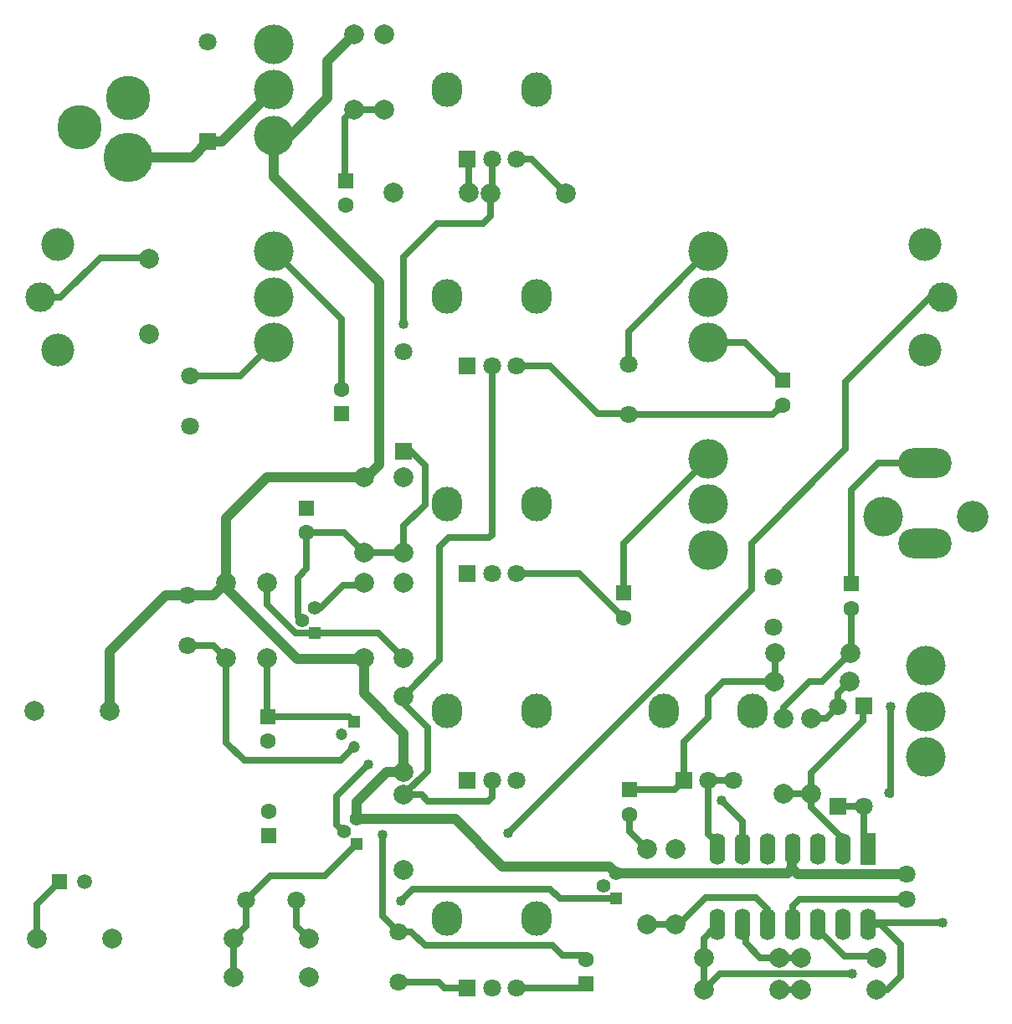
<source format=gbr>
G04 DipTrace 3.1.0.1*
G04 Top.gbr*
%MOIN*%
G04 #@! TF.FileFunction,Copper,L1,Top*
G04 #@! TF.Part,Single*
%AMOUTLINE0*5,1,4,0,0,0.062994,-225.0*%
G04 #@! TA.AperFunction,Conductor*
%ADD13C,0.025984*%
%ADD14C,0.03937*%
G04 #@! TA.AperFunction,ComponentPad*
%ADD17R,0.062992X0.062992*%
%ADD18C,0.062992*%
%ADD19C,0.070866*%
%ADD20R,0.070866X0.070866*%
%ADD21C,0.059055*%
%ADD22R,0.059055X0.059055*%
%ADD23C,0.19685*%
%ADD24C,0.177165*%
%ADD25C,0.11811*%
%ADD26C,0.130709*%
%ADD27O,0.212598X0.11811*%
%ADD28C,0.125984*%
%ADD29C,0.15748*%
%ADD30C,0.07874*%
%ADD31C,0.07874*%
%ADD32C,0.055118*%
%ADD33R,0.047244X0.047244*%
%ADD34C,0.047244*%
%ADD35C,0.15748*%
%ADD36R,0.062992X0.125984*%
%ADD37O,0.062992X0.125984*%
%ADD38O,0.122047X0.137795*%
G04 #@! TA.AperFunction,ViaPad*
%ADD39C,0.04*%
G04 #@! TA.AperFunction,ComponentPad*
%ADD103OUTLINE0*%
%FSLAX26Y26*%
G04*
G70*
G90*
G75*
G01*
G04 Top*
%LPD*%
X4014134Y821004D2*
D13*
X3587484D1*
X3560268Y793787D1*
Y719782D1*
X1494035Y3862668D2*
D14*
X1560203D1*
X1707726Y4010190D1*
Y4159381D1*
X1812350Y4264005D1*
X1494035Y3862668D2*
Y3696856D1*
X1912314Y3278577D1*
Y2551268D1*
X1856449Y2495403D1*
X1851420Y2500432D1*
X1150289Y2031475D2*
X1254499D1*
X1304499Y2081475D1*
Y2062375D1*
X1587668Y1779206D1*
X1849151D1*
X1851420Y1781475D1*
Y2500432D2*
X1464823D1*
X1301692Y2337301D1*
Y2084282D1*
X1304499Y2081475D1*
X1851420Y1781475D2*
Y1640915D1*
X2010147Y1482188D1*
Y1329255D1*
X1942492D1*
X1821829Y1208592D1*
Y1140248D1*
X2214570D1*
X2402150Y952668D1*
X2827992D1*
X2856130Y924530D1*
X3538790D1*
X3557770Y943510D1*
Y1017285D1*
X3560268Y1019782D1*
X4014134Y921004D2*
X3580277D1*
X3557770Y943510D1*
X838266Y1571146D2*
Y1807495D1*
X1062247Y2031475D1*
X1150289D1*
X2459807Y3769043D2*
D13*
X2519726D1*
X2657698Y3631071D1*
X563803Y3218874D2*
X644269D1*
X801430Y3376035D1*
X991802D1*
X995707Y3372130D1*
X3223819Y3037667D2*
X3368272D1*
X3518113Y2887825D1*
X2361382Y3769043D2*
Y3634755D1*
X2357698Y3631071D1*
Y3541387D1*
X2326421Y3510109D1*
X2142608D1*
X2010741Y3378243D1*
Y3110514D1*
X1623249Y2280550D2*
X1771302D1*
X1851420Y2200432D1*
X2010147D1*
Y2307362D1*
X2095067Y2392282D1*
Y2548979D1*
X2035224Y2608822D1*
X2014870D1*
X2010853Y2604804D1*
X1623249Y2280550D2*
Y2136997D1*
X1588084Y2101832D1*
Y1949176D1*
X1605785Y1931475D1*
X1655785Y1881475D2*
X1579957D1*
X1465304Y1996127D1*
Y2079634D1*
X1467146Y2081475D1*
X1655785Y1881475D2*
X1910147D1*
X2010147Y1781475D1*
X1655785Y1981475D2*
X1678728D1*
X1767930Y2070677D1*
X1840622D1*
X1851420Y2081475D1*
X1989167Y692463D2*
X2040957D1*
X2097098Y636322D1*
X2603584D1*
X2642545Y597361D1*
X2720587D1*
X2736499Y581449D1*
X1927143Y1078958D2*
Y754487D1*
X1989167Y692463D1*
X1467146Y1781475D2*
Y1551220D1*
X1469230Y1549136D1*
X1813667Y1529255D2*
X1793785Y1549136D1*
X1469230D1*
X1150289Y1831475D2*
X1254499D1*
X1304499Y1781475D1*
Y1445696D1*
X1375638Y1374556D1*
X1758969D1*
X1813667Y1429255D1*
X2010147Y1236449D2*
X2081618D1*
X2107751Y1210316D1*
X2345352D1*
X2361592Y1226556D1*
Y1293920D1*
X2361446Y2943976D2*
Y2272349D1*
X2350567Y2261469D1*
X2191013D1*
X2153785Y2224240D1*
Y1772891D1*
X2010147Y1629255D1*
Y1600705D1*
X2106012Y1504841D1*
Y1332314D1*
X2010147Y1236449D1*
X1771829Y1090248D2*
Y1091752D1*
X1744308Y1119273D1*
Y1231657D1*
X1871098Y1358446D1*
X1383554Y816424D2*
Y714438D1*
X1333554Y664438D1*
Y512765D1*
X1383554Y816424D2*
Y818591D1*
X1478991Y914028D1*
X1695609D1*
X1821829Y1040248D1*
X1583554Y816424D2*
Y714438D1*
X1633554Y664438D1*
X4157537Y3218846D2*
X4107266D1*
X3771060Y2882640D1*
Y2613604D1*
X3395181Y2237724D1*
Y2053702D1*
X2425352Y1083873D1*
X912992Y3775306D2*
D14*
X1168613D1*
X1229916Y3836609D1*
X1286717D1*
X1494035Y4043928D1*
X2886160Y2039539D2*
D13*
Y2237665D1*
X3223701Y2575206D1*
X2904601Y2950644D2*
Y3080969D1*
X3223819Y3400186D1*
X2459871Y2943976D2*
X2594110D1*
X2784169Y2753917D1*
X2901329D1*
X2904601Y2750644D1*
X3479357D1*
X3518113Y2789400D1*
X1764059Y2851463D2*
Y3129903D1*
X1493841Y3400121D1*
X1158131Y2903353D2*
X1359593D1*
X1493841Y3037601D1*
X2460029Y468857D2*
X2722332D1*
X2736499Y483024D1*
X1989167Y492463D2*
X2149530D1*
X2173136Y468857D1*
X2263178D1*
X2459950Y2118735D2*
X2708539D1*
X2886160Y1941114D1*
X3793243Y2076869D2*
Y2451881D1*
X3898419Y2557056D1*
X4086955D1*
X4087614Y2556396D1*
X3793243Y1978444D2*
Y1805823D1*
X3789490Y1802070D1*
X3522584Y1539942D2*
Y1585320D1*
X3625802Y1688538D1*
X3675958D1*
X3789490Y1802070D1*
X1812350Y3964005D2*
X1930638D1*
X1931324Y3963319D1*
X1812350Y3964005D2*
X1809615D1*
X1777886Y3932276D1*
Y3685697D1*
X1780867Y3682715D1*
X3660268Y719782D2*
Y699517D1*
X3766822Y592963D1*
X3889030D1*
X3892720Y589273D1*
X3950253Y1588694D2*
Y1236261D1*
X3943656Y1242858D1*
X3632310Y1240004D2*
X3522646D1*
X3522584Y1239942D1*
X3632310Y1240004D2*
Y1186993D1*
X3745522Y1073781D1*
Y1034529D1*
X3760268Y1019782D1*
X3632310Y1240004D2*
Y1324920D1*
X3837946Y1530556D1*
Y1584672D1*
X3843238Y1589963D1*
X3740665Y1190234D2*
X3841146D1*
X3843238Y1192325D1*
Y1036812D1*
X3860268Y1019782D1*
X3632310Y1540004D2*
X3692798D1*
X3740665Y1587871D1*
Y1641891D1*
X3787609Y1688835D1*
X3489490Y1802070D2*
Y1690715D1*
X3487609Y1688835D1*
X2909127Y1257177D2*
X3088411D1*
X3125336Y1294102D1*
Y1447789D1*
X3222631Y1545084D1*
Y1627642D1*
X3281507Y1686517D1*
X3489927D1*
X3487609Y1688835D1*
X3360268Y1019782D2*
Y1131766D1*
X3276524Y1215510D1*
X2909127Y1158752D2*
Y1091631D1*
X2978033Y1022726D1*
X3260268Y1019782D2*
X3256165D1*
Y1049655D1*
X3223761Y1082059D1*
Y1294102D1*
X3322186D1*
X2978033Y722726D2*
X3093696D1*
X3094520Y721902D1*
X3105033D1*
X3212127Y828996D1*
X3413953D1*
X3460268Y782680D1*
Y719782D1*
X3206440Y589273D2*
Y460945D1*
Y589273D2*
Y665954D1*
X3260268Y719782D1*
X3797714Y525583D2*
X3271077D1*
X3206440Y460945D1*
X3592720Y589273D2*
X3506440D1*
X3431192D1*
X3373928Y646538D1*
Y706123D1*
X3360268Y719782D1*
X2856130Y824530D2*
X2631493D1*
X2593986Y862038D1*
X2046171D1*
X1998303Y814171D1*
X548665Y662866D2*
Y800286D1*
X638701Y890322D1*
X2269919Y3633193D2*
Y3762081D1*
X2262957Y3769043D1*
X3860268Y719782D2*
X3911202D1*
X3990835Y640151D1*
Y514058D1*
X3937722Y460945D1*
X3892720D1*
X4155539Y728696D2*
X3869181D1*
X3860268Y719782D1*
X3506440Y460945D2*
X3592720D1*
D39*
X2010741Y3110514D3*
X1927143Y1078958D3*
X1871098Y1358446D3*
X2425352Y1083873D3*
X3950253Y1588694D3*
X3943656Y1242858D3*
X3276524Y1215510D3*
X3797714Y525583D3*
X1998303Y814171D3*
X4155539Y728696D3*
D17*
X1623249Y2378975D3*
D18*
Y2280550D3*
D19*
X1150289Y1831475D3*
Y2031475D3*
D17*
X1469230Y1549136D3*
D18*
Y1450711D3*
D19*
X1383554Y816424D3*
X1583554D3*
D17*
X1472883Y1073860D3*
D18*
Y1172285D3*
D19*
X2904601Y2950644D3*
Y2750644D3*
D17*
X3518113Y2887825D3*
D18*
Y2789400D3*
D17*
X1764059Y2753038D3*
D18*
Y2851463D3*
D19*
X1158131Y2903353D3*
Y2703353D3*
X3481417Y2105668D3*
Y1905668D3*
D17*
X2886160Y2039539D3*
D18*
Y1941114D3*
D17*
X2736499Y483024D3*
D18*
Y581449D3*
D19*
X1989167Y692463D3*
Y492463D3*
D17*
X3793243Y2076869D3*
D18*
Y1978444D3*
D17*
X2909127Y1257177D3*
D18*
Y1158752D3*
D19*
X4014134Y821004D3*
Y921004D3*
D17*
X1780867Y3682715D3*
D18*
Y3584290D3*
D20*
X1229916Y3836609D3*
D19*
Y4234247D3*
D20*
X2010853Y2604804D3*
D19*
Y3002442D3*
D20*
X3740665Y1190234D3*
D19*
Y1587871D3*
D20*
X3843238Y1589963D3*
D19*
Y1192325D3*
D21*
X738701Y890322D3*
D22*
X638701D3*
D23*
X912992Y3775306D3*
D24*
Y4011526D3*
X720079Y3893416D3*
D25*
X563803Y3218874D3*
D26*
X633882Y3008835D3*
Y3428913D3*
D25*
X4157538Y3218846D3*
D26*
X4087459Y3428886D3*
Y3008807D3*
D27*
X4087614Y2237656D3*
Y2556396D3*
D28*
X4275094Y2343916D3*
D29*
X3918874Y2343877D3*
D30*
X838266Y1571146D3*
D31*
X538266D3*
D103*
X1655785Y1881475D3*
D32*
X1605785Y1931475D3*
X1655785Y1981475D3*
D33*
X1813667Y1529255D3*
D34*
X1763667Y1479255D3*
X1813667Y1429255D3*
D103*
X1821829Y1040248D3*
D32*
X1771829Y1090248D3*
X1821829Y1140248D3*
D103*
X2856130Y824530D3*
D32*
X2806130Y874530D3*
X2856130Y924530D3*
D30*
X995707Y3372130D3*
D31*
Y3072130D3*
D30*
X1851420Y2500432D3*
D31*
Y2200432D3*
D30*
X2010147D3*
D31*
Y2500432D3*
D30*
Y1781475D3*
D31*
Y2081475D3*
D30*
X1851420Y1781475D3*
D31*
Y2081475D3*
D30*
X1304499D3*
D31*
Y1781475D3*
D30*
X1467146D3*
D31*
Y2081475D3*
D30*
X2010147Y1329255D3*
D31*
Y1629255D3*
D30*
Y1236449D3*
D31*
Y936449D3*
D30*
X1333554Y512765D3*
D31*
X1633554D3*
D30*
Y664438D3*
D31*
X1333554D3*
D30*
X2657698Y3631071D3*
D31*
X2357698D3*
D30*
X2269919Y3633193D3*
D31*
X1969919D3*
D30*
X3522584Y1239942D3*
D31*
Y1539942D3*
D30*
X3892720Y460945D3*
D31*
X3592720D3*
D30*
X548665Y662866D3*
D31*
X848665D3*
D30*
X1812350Y4264005D3*
D31*
Y3964005D3*
D30*
X1931324Y3963319D3*
D31*
Y4263319D3*
D30*
X3632310Y1540004D3*
D31*
Y1240004D3*
D30*
X3487609Y1688835D3*
D31*
X3787609D3*
D30*
X3489490Y1802070D3*
D31*
X3789490D3*
D30*
X2978033Y722726D3*
D31*
Y1022726D3*
D30*
X3094520Y721902D3*
D31*
Y1021902D3*
D30*
X3892720Y589273D3*
D31*
X3592720D3*
D30*
X3206440D3*
D31*
X3506440D3*
D30*
Y460945D3*
D31*
X3206440D3*
D35*
X3223819Y3037667D3*
Y3218927D3*
Y3400186D3*
X1493841Y3037601D3*
Y3218861D3*
Y3400121D3*
X3223701Y2212686D3*
Y2393946D3*
Y2575206D3*
X1494035Y4225188D3*
Y4043928D3*
Y3862668D3*
X4087919Y1750093D3*
Y1568833D3*
Y1387573D3*
D36*
X3860268Y1019782D3*
D37*
X3760268D3*
X3660268D3*
X3560268D3*
X3460268D3*
X3360268D3*
X3260268D3*
Y719782D3*
X3360268D3*
X3460268D3*
X3560268D3*
X3660268D3*
X3760268D3*
X3860268D3*
D20*
X2262957Y3769043D3*
D38*
X2184217Y4044634D3*
D19*
X2361382Y3769043D3*
D38*
X2538547Y4044634D3*
D19*
X2459807Y3769043D3*
D20*
X2263021Y2943976D3*
D38*
X2184281Y3219567D3*
D19*
X2361446Y2943976D3*
D38*
X2538612Y3219567D3*
D19*
X2459871Y2943976D3*
D20*
X2263100Y2118735D3*
D38*
X2184360Y2394325D3*
D19*
X2361525Y2118735D3*
D38*
X2538690Y2394325D3*
D19*
X2459950Y2118735D3*
D20*
X2263167Y1293920D3*
D38*
X2184427Y1569510D3*
D19*
X2361592Y1293920D3*
D38*
X2538757Y1569510D3*
D19*
X2460017Y1293920D3*
D20*
X2263178Y468857D3*
D38*
X2184438Y744448D3*
D19*
X2361604Y468857D3*
D38*
X2538769Y744448D3*
D19*
X2460029Y468857D3*
D20*
X3125336Y1294102D3*
D38*
X3046596Y1569693D3*
D19*
X3223761Y1294102D3*
D38*
X3400927Y1569693D3*
D19*
X3322186Y1294102D3*
M02*

</source>
